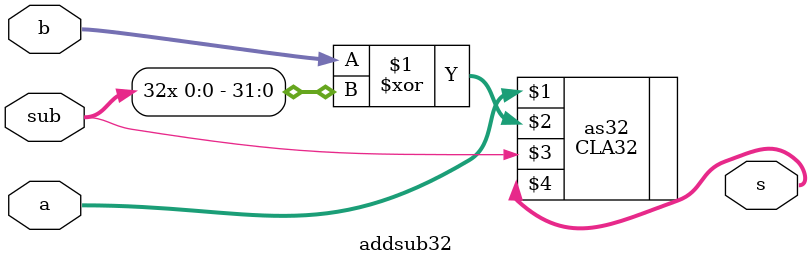
<source format=v>
`timescale 1ns / 1ps


module addsub32(a,b,sub,s);
    input [31:0] a,b;
    input          sub;
    output [31:0] s;
    CLA32 as32(a,b^{32{sub}},sub,s);
endmodule

</source>
